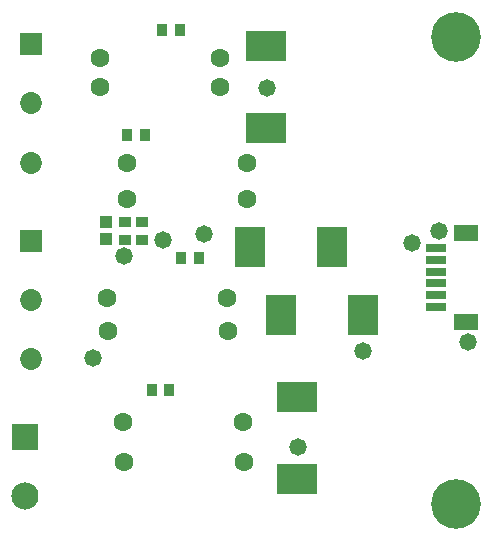
<source format=gts>
G04*
G04 #@! TF.GenerationSoftware,Altium Limited,Altium Designer,18.1.7 (191)*
G04*
G04 Layer_Color=8388736*
%FSLAX25Y25*%
%MOIN*%
G70*
G01*
G75*
%ADD14R,0.03556X0.04343*%
%ADD15R,0.13792X0.10249*%
%ADD16R,0.10249X0.13792*%
%ADD17R,0.04343X0.03556*%
%ADD18R,0.04343X0.03950*%
%ADD19R,0.06902X0.03162*%
%ADD20R,0.07887X0.05524*%
%ADD21C,0.16548*%
%ADD22C,0.06312*%
%ADD23C,0.09068*%
%ADD24R,0.09068X0.09068*%
%ADD25C,0.07296*%
%ADD26R,0.07296X0.07296*%
%ADD27C,0.05800*%
D14*
X171000Y366587D02*
D03*
X165094D02*
D03*
X168547Y486500D02*
D03*
X174453D02*
D03*
X180953Y410500D02*
D03*
X175047D02*
D03*
X162953Y451500D02*
D03*
X157047D02*
D03*
D15*
X213500Y364181D02*
D03*
Y336819D02*
D03*
X203256Y453724D02*
D03*
Y481087D02*
D03*
D16*
X208319Y391500D02*
D03*
X235681D02*
D03*
X225181Y414000D02*
D03*
X197819D02*
D03*
D17*
X162000Y416547D02*
D03*
Y422453D02*
D03*
X156090Y422453D02*
D03*
Y416547D02*
D03*
D18*
X150000Y422386D02*
D03*
Y416874D02*
D03*
D19*
X260012Y405969D02*
D03*
Y409905D02*
D03*
Y413842D02*
D03*
Y402032D02*
D03*
Y398095D02*
D03*
Y394158D02*
D03*
D20*
X269953Y418961D02*
D03*
Y389039D02*
D03*
D21*
X266500Y328400D02*
D03*
Y484000D02*
D03*
D22*
X156000Y342500D02*
D03*
X196000D02*
D03*
X155500Y355658D02*
D03*
X195500D02*
D03*
X150681Y386000D02*
D03*
X190681D02*
D03*
X157000Y430000D02*
D03*
X197000D02*
D03*
X148000Y477256D02*
D03*
X188000D02*
D03*
X150216Y397000D02*
D03*
X190217D02*
D03*
X157000Y442130D02*
D03*
X197000D02*
D03*
X148000Y467500D02*
D03*
X188000D02*
D03*
D23*
X123000Y331157D02*
D03*
D24*
Y350842D02*
D03*
D25*
X125000Y442315D02*
D03*
Y462000D02*
D03*
Y396500D02*
D03*
Y376815D02*
D03*
D26*
Y481685D02*
D03*
Y416185D02*
D03*
D27*
X252000Y415500D02*
D03*
X169000Y416547D02*
D03*
X156000Y411000D02*
D03*
X145500Y377000D02*
D03*
X203500Y467000D02*
D03*
X261000Y419500D02*
D03*
X182500Y418500D02*
D03*
X270500Y382500D02*
D03*
X235500Y379500D02*
D03*
X214000Y347500D02*
D03*
M02*

</source>
